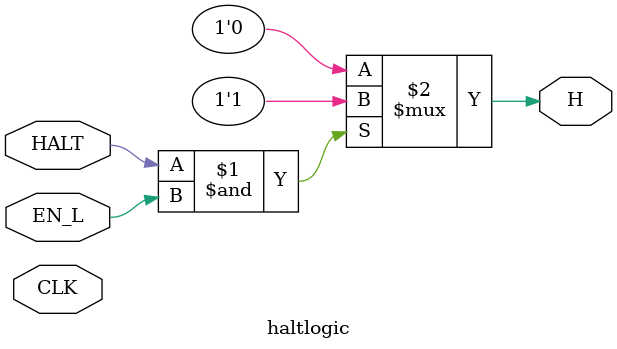
<source format=v>
module haltlogic(CLK, HALT, EN_L, H);
	input CLK, HALT, EN_L;
	output wire H;
	
	assign H = (HALT & EN_L) ? 1'b1:1'b0;
	
endmodule
</source>
